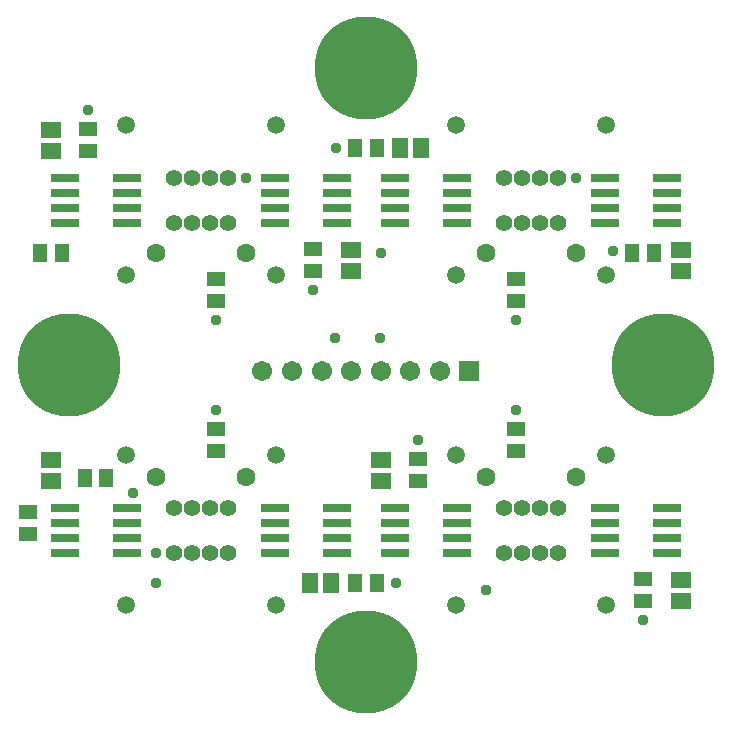
<source format=gbr>
G04 EAGLE Gerber RS-274X export*
G75*
%MOMM*%
%FSLAX34Y34*%
%LPD*%
%INSoldermask Bottom*%
%IPPOS*%
%AMOC8*
5,1,8,0,0,1.08239X$1,22.5*%
G01*
G04 Define Apertures*
%ADD10C,1.600200*%
%ADD11C,1.422400*%
%ADD12C,1.498600*%
%ADD13R,2.403200X0.803200*%
%ADD14R,1.668500X1.367800*%
%ADD15R,1.623400X1.234400*%
%ADD16C,3.403200*%
%ADD17C,8.703200*%
%ADD18R,1.367800X1.668500*%
%ADD19R,1.234400X1.623400*%
%ADD20R,1.711200X1.711200*%
%ADD21C,1.711200*%
%ADD22C,0.959600*%
D10*
X139700Y412242D03*
X215900Y412242D03*
D11*
X170180Y438150D03*
X170180Y476250D03*
X154940Y438150D03*
X154940Y476250D03*
X185420Y438150D03*
X185420Y476250D03*
X200660Y438150D03*
X200660Y476250D03*
D12*
X241300Y393700D03*
X114300Y393700D03*
X114300Y520700D03*
X241300Y520700D03*
D13*
X114900Y463550D03*
X62900Y463550D03*
X114900Y476250D03*
X114900Y450850D03*
X114900Y438150D03*
X62900Y476250D03*
X62900Y450850D03*
X62900Y438150D03*
D10*
X419100Y412242D03*
X495300Y412242D03*
D11*
X449580Y438150D03*
X449580Y476250D03*
X434340Y438150D03*
X434340Y476250D03*
X464820Y438150D03*
X464820Y476250D03*
X480060Y438150D03*
X480060Y476250D03*
D12*
X520700Y393700D03*
X393700Y393700D03*
X393700Y520700D03*
X520700Y520700D03*
D10*
X495300Y222758D03*
X419100Y222758D03*
D11*
X464820Y196850D03*
X464820Y158750D03*
X480060Y196850D03*
X480060Y158750D03*
X449580Y196850D03*
X449580Y158750D03*
X434340Y196850D03*
X434340Y158750D03*
D12*
X393700Y241300D03*
X520700Y241300D03*
X520700Y114300D03*
X393700Y114300D03*
D10*
X215900Y222758D03*
X139700Y222758D03*
D11*
X185420Y196850D03*
X185420Y158750D03*
X200660Y196850D03*
X200660Y158750D03*
X170180Y196850D03*
X170180Y158750D03*
X154940Y196850D03*
X154940Y158750D03*
D12*
X114300Y241300D03*
X241300Y241300D03*
X241300Y114300D03*
X114300Y114300D03*
D14*
X50800Y499246D03*
X50800Y516754D03*
D15*
X190500Y390195D03*
X190500Y371805D03*
D16*
X317500Y568960D03*
D17*
X317500Y568960D03*
D16*
X568960Y317500D03*
D17*
X568960Y317500D03*
D16*
X317500Y66040D03*
D17*
X317500Y66040D03*
D16*
X66040Y317500D03*
D17*
X66040Y317500D03*
D15*
X82550Y498805D03*
X82550Y517195D03*
D13*
X240700Y450850D03*
X292700Y450850D03*
X240700Y438150D03*
X240700Y463550D03*
X240700Y476250D03*
X292700Y438150D03*
X292700Y463550D03*
X292700Y476250D03*
D14*
X304800Y415154D03*
X304800Y397646D03*
D15*
X273050Y415595D03*
X273050Y397205D03*
X444500Y390195D03*
X444500Y371805D03*
X444500Y244805D03*
X444500Y263195D03*
X190500Y244805D03*
X190500Y263195D03*
D13*
X394300Y463550D03*
X342300Y463550D03*
X394300Y476250D03*
X394300Y450850D03*
X394300Y438150D03*
X342300Y476250D03*
X342300Y450850D03*
X342300Y438150D03*
D18*
X346846Y501650D03*
X364354Y501650D03*
D19*
X326695Y501650D03*
X308305Y501650D03*
D13*
X520100Y450850D03*
X572100Y450850D03*
X520100Y438150D03*
X520100Y463550D03*
X520100Y476250D03*
X572100Y438150D03*
X572100Y463550D03*
X572100Y476250D03*
D14*
X584200Y415154D03*
X584200Y397646D03*
D19*
X561645Y412750D03*
X543255Y412750D03*
D13*
X520100Y171450D03*
X572100Y171450D03*
X520100Y158750D03*
X520100Y184150D03*
X520100Y196850D03*
X572100Y158750D03*
X572100Y184150D03*
X572100Y196850D03*
D14*
X584200Y135754D03*
X584200Y118246D03*
D15*
X552450Y136195D03*
X552450Y117805D03*
D13*
X394300Y184150D03*
X342300Y184150D03*
X394300Y196850D03*
X394300Y171450D03*
X394300Y158750D03*
X342300Y196850D03*
X342300Y171450D03*
X342300Y158750D03*
D14*
X330200Y219846D03*
X330200Y237354D03*
D15*
X361950Y219405D03*
X361950Y237795D03*
D13*
X240700Y171450D03*
X292700Y171450D03*
X240700Y158750D03*
X240700Y184150D03*
X240700Y196850D03*
X292700Y158750D03*
X292700Y184150D03*
X292700Y196850D03*
D18*
X288154Y133350D03*
X270646Y133350D03*
D19*
X308305Y133350D03*
X326695Y133350D03*
D13*
X114900Y184150D03*
X62900Y184150D03*
X114900Y196850D03*
X114900Y171450D03*
X114900Y158750D03*
X62900Y196850D03*
X62900Y171450D03*
X62900Y158750D03*
D14*
X50800Y219846D03*
X50800Y237354D03*
D19*
X79440Y221985D03*
X97830Y221985D03*
X59995Y412750D03*
X41605Y412750D03*
D15*
X31750Y193345D03*
X31750Y174955D03*
D20*
X405000Y312250D03*
D21*
X380000Y312250D03*
X355000Y312250D03*
X330000Y312250D03*
X305000Y312250D03*
X280000Y312250D03*
X255000Y312250D03*
X230000Y312250D03*
D22*
X495300Y476250D03*
X419100Y127000D03*
X139700Y133350D03*
X215900Y476250D03*
X330200Y412750D03*
X139700Y158750D03*
X342900Y133350D03*
X190500Y279400D03*
X361950Y254000D03*
X444500Y279400D03*
X444500Y355600D03*
X552450Y101600D03*
X292100Y501650D03*
X273050Y381000D03*
X190500Y355600D03*
X82550Y533400D03*
X120650Y209550D03*
X527050Y414119D03*
X329184Y340360D03*
X291366Y340388D03*
M02*

</source>
